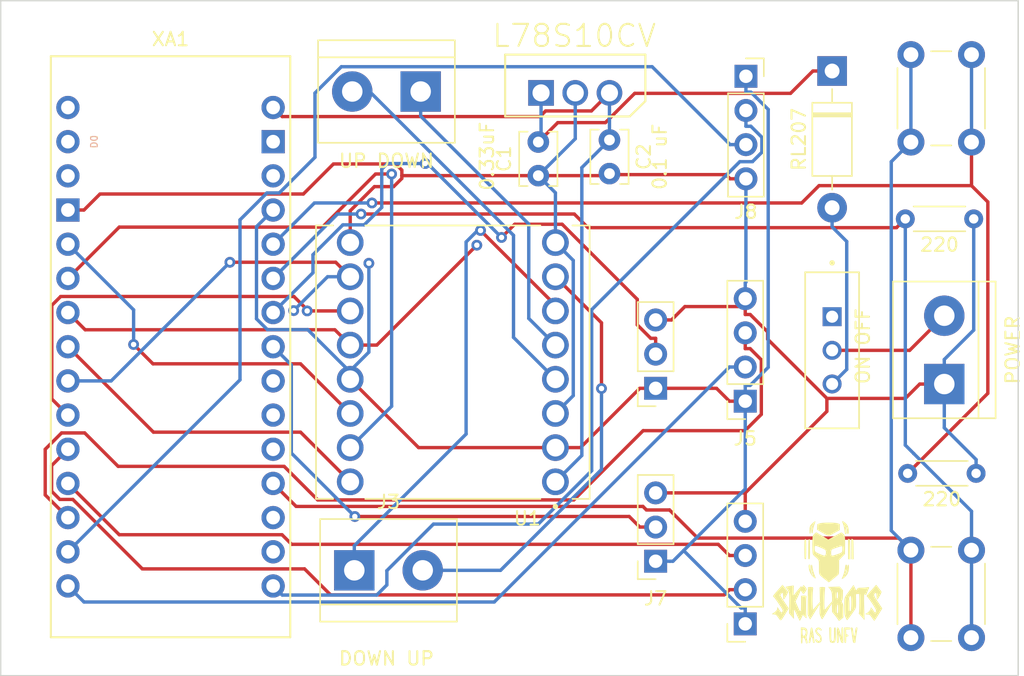
<source format=kicad_pcb>
(kicad_pcb (version 20211014) (generator pcbnew)
  (title_block (title "DISEÑO MINISUMO AUTÓNOMO") (company "SKILLBOTS"))
  (layers (0 "F.Cu" signal) (31 "B.Cu" signal) (34 "B.Paste" user) (35 "F.Paste" user) (36 "B.SilkS" user "B.Silkscreen") (37 "F.SilkS" user "F.Silkscreen") (38 "B.Mask" user) (39 "F.Mask" user) (44 "Edge.Cuts" user))
  (net 0 "")
  (net 1 "GND")
  (net 2 "M2")
  (net 3 "M1")
  (net 4 "M4")
  (net 5 "M3")
  (net 6 "T3")
  (net 7 "E3")
  (net 8 "T1")
  (net 9 "E1")
  (net 10 "Net-(J2-Pad2)")
  (net 11 "T2")
  (net 12 "E2")
  (net 13 "SD")
  (net 14 "SI")
  (net 15 "B1")
  (net 16 "B2")
  (net 17 "E")
  (net 18 "5V")
  (net 22 "Net-(C1-Pad2)")
  (net 23 "EN1")
  (net 24 "EN2")
  (net 28 "10V")
  (net 30 "Net-(D1-Pad2)")
  (net 32 "A2")
  (net 33 "A1")
  (net 35 "A3")
  (net 36 "A4")
  (footprint "Resistor_THT:R_Axial_DIN0204_L3.6mm_D1.6mm_P5.08mm_Horizontal" (layer "F.Cu") (at 138.303 55.3125)
    (fp_text reference "R1" hide)
    (fp_text value "220" (at 2.54 1.92) (layer "F.SilkS"))
    (pad "1" thru_hole circle (at 0 0) (size 1.4 1.4) (drill 0.7) (layers *.Cu *.Mask) (net 15 "B1"))
    (pad "2" thru_hole oval (at 5.08 0) (size 1.4 1.4) (drill 0.7) (layers *.Cu *.Mask) (net 1 "GND"))
  )
  (footprint "Connector_PinSocket_2.54mm:PinSocket_1x04_P2.54mm_Vertical" (layer "F.Cu") (at 126.4162 68.8621 180)
    (fp_text reference "J5" (at 0 -2.77 180) (layer "F.SilkS"))
    (fp_text value "SENSOR 2")
    (pad "1" thru_hole rect (at 0 0 180) (size 1.7 1.7) (drill 1) (layers *.Cu *.Mask) (net 18 "5V"))
    (pad "2" thru_hole oval (at 0 2.54 180) (size 1.7 1.7) (drill 1) (layers *.Cu *.Mask) (net 11 "T2"))
    (pad "3" thru_hole oval (at 0 5.08 180) (size 1.7 1.7) (drill 1) (layers *.Cu *.Mask) (net 12 "E2"))
    (pad "4" thru_hole oval (at 0 7.62 180) (size 1.7 1.7) (drill 1) (layers *.Cu *.Mask) (net 1 "GND"))
  )
  (footprint "Connector_PinSocket_2.54mm:PinSocket_1x03_P2.54mm_Vertical" (layer "F.Cu") (at 119.7614 80.757 180)
    (fp_text reference "J7" (at 0 -2.77 180) (layer "F.SilkS"))
    (fp_text value "TCRT5000L-IZQ")
    (pad "1" thru_hole rect (at 0 0 180) (size 1.7 1.7) (drill 1) (layers *.Cu *.Mask) (net 18 "5V"))
    (pad "2" thru_hole oval (at 0 2.54 180) (size 1.7 1.7) (drill 1) (layers *.Cu *.Mask) (net 14 "SI"))
    (pad "3" thru_hole oval (at 0 5.08 180) (size 1.7 1.7) (drill 1) (layers *.Cu *.Mask) (net 1 "GND"))
  )
  (footprint "Capacitor_THT:C_Disc_D3.8mm_W2.6mm_P2.50mm" (layer "F.Cu") (at 116.332 49.4484 -90)
    (fp_text reference "C2" (at 1.25 -2.55 90) (layer "F.SilkS"))
    (fp_text value "0.1 uF" (at 1.25 -3.7338 90) (layer "F.SilkS"))
    (pad "1" thru_hole circle (at 0 0 270) (size 1.6 1.6) (drill 0.8) (layers *.Cu *.Mask) (net 28 "10V"))
    (pad "2" thru_hole circle (at 2.5 0 270) (size 1.6 1.6) (drill 0.8) (layers *.Cu *.Mask) (net 1 "GND"))
  )
  (footprint "TerminalBlock:TerminalBlock_bornier-2_P5.08mm" (layer "F.Cu") (at 102.3112 45.847 180)
    (fp_text reference "J1" hide)
    (fp_text value "MOTOR 1")
    (pad "1" thru_hole rect (at 0 0 180) (size 3 3) (drill 1.52) (layers *.Cu *.Mask) (net 2 "M2"))
    (pad "2" thru_hole circle (at 5.08 0 180) (size 3 3) (drill 1.52) (layers *.Cu *.Mask) (net 3 "M1"))
  )
  (footprint "TerminalBlock:TerminalBlock_bornier-2_P5.08mm" (layer "F.Cu") (at 141.1986 67.5894 90)
    (fp_text reference "J2" hide)
    (fp_text value "POWER" (at 2.54 5.08 90) (layer "F.SilkS"))
    (pad "1" thru_hole rect (at 0 0 90) (size 3 3) (drill 1.52) (layers *.Cu *.Mask) (net 1 "GND"))
    (pad "2" thru_hole circle (at 5.08 0 90) (size 3 3) (drill 1.52) (layers *.Cu *.Mask) (net 10 "Net-(J2-Pad2)"))
  )
  (footprint "PCM_arduino-library:Arduino_Nano_Every_Socket" (layer "F.Cu") (at 83.735 86.405)
    (fp_text reference "XA1" (at 0 -44.45) (layer "F.SilkS"))
    (fp_text value "Arduino_Nano_Every_Socket")
    (fp_text user "D0" (at -5.715 -36.83 -90 unlocked) (layer "B.SilkS") (effects (font (size 0.5 0.5) (thickness 0.075)) (justify mirror)))
    (fp_text user "D0" (at -5.715 -36.83 -90 unlocked) (layer "F.SilkS") (effects (font (size 0.5 0.5) (thickness 0.075))))
    (pad "" np_thru_hole circle (at 7.62 -1.27) (size 1.8 1.8) (drill 1.8) (layers F&B.Cu *.Mask))
    (pad "" np_thru_hole circle (at 7.62 -41.91) (size 1.8 1.8) (drill 1.8) (layers F&B.Cu *.Mask))
    (pad "" np_thru_hole circle (at -7.62 -41.91) (size 1.8 1.8) (drill 1.8) (layers F&B.Cu *.Mask))
    (pad "" np_thru_hole circle (at -7.62 -1.27) (size 1.8 1.8) (drill 1.8) (layers F&B.Cu *.Mask))
    (pad "3V3" thru_hole circle (at 7.62 -6.35) (size 1.7272 1.7272) (drill 1.016) (layers *.Cu *.Mask))
    (pad "5V" thru_hole circle (at 7.62 -31.75) (size 1.7272 1.7272) (drill 1.016) (layers *.Cu *.Mask) (net 18 "5V"))
    (pad "A0" thru_hole circle (at 7.62 -11.43) (size 1.7272 1.7272) (drill 1.016) (layers *.Cu *.Mask) (net 17 "E"))
    (pad "A1" thru_hole circle (at 7.62 -13.97) (size 1.7272 1.7272) (drill 1.016) (layers *.Cu *.Mask))
    (pad "A2" thru_hole circle (at 7.62 -16.51) (size 1.7272 1.7272) (drill 1.016) (layers *.Cu *.Mask))
    (pad "A3" thru_hole circle (at 7.62 -19.05) (size 1.7272 1.7272) (drill 1.016) (layers *.Cu *.Mask))
    (pad "A4" thru_hole circle (at 7.62 -21.59) (size 1.7272 1.7272) (drill 1.016) (layers *.Cu *.Mask) (net 14 "SI"))
    (pad "A5" thru_hole circle (at 7.62 -24.13) (size 1.7272 1.7272) (drill 1.016) (layers *.Cu *.Mask) (net 13 "SD"))
    (pad "A6" thru_hole circle (at 7.62 -26.67) (size 1.7272 1.7272) (drill 1.016) (layers *.Cu *.Mask) (net 15 "B1"))
    (pad "A7" thru_hole circle (at 7.62 -29.21) (size 1.7272 1.7272) (drill 1.016) (layers *.Cu *.Mask) (net 16 "B2"))
    (pad "AREF" thru_hole circle (at 7.62 -8.89) (size 1.7272 1.7272) (drill 1.016) (layers *.Cu *.Mask))
    (pad "D0" thru_hole circle (at -7.62 -36.83) (size 1.7272 1.7272) (drill 1.016) (layers *.Cu *.Mask))
    (pad "D1" thru_hole circle (at -7.62 -39.37) (size 1.7272 1.7272) (drill 1.016) (layers *.Cu *.Mask))
    (pad "D2" thru_hole circle (at -7.62 -29.21) (size 1.7272 1.7272) (drill 1.016) (layers *.Cu *.Mask) (net 33 "A1"))
    (pad "D3" thru_hole circle (at -7.62 -26.67) (size 1.7272 1.7272) (drill 1.016) (layers *.Cu *.Mask) (net 32 "A2"))
    (pad "D4" thru_hole circle (at -7.62 -24.13) (size 1.7272 1.7272) (drill 1.016) (layers *.Cu *.Mask) (net 35 "A3"))
    (pad "D5" thru_hole circle (at -7.62 -21.59) (size 1.7272 1.7272) (drill 1.016) (layers *.Cu *.Mask) (net 23 "EN1"))
    (pad "D6" thru_hole circle (at -7.62 -19.05) (size 1.7272 1.7272) (drill 1.016) (layers *.Cu *.Mask) (net 24 "EN2"))
    (pad "D7" thru_hole circle (at -7.62 -16.51) (size 1.7272 1.7272) (drill 1.016) (layers *.Cu *.Mask) (net 36 "A4"))
    (pad "D8" thru_hole circle (at -7.62 -13.97) (size 1.7272 1.7272) (drill 1.016) (layers *.Cu *.Mask) (net 8 "T1"))
    (pad "D9" thru_hole circle (at -7.62 -11.43) (size 1.7272 1.7272) (drill 1.016) (layers *.Cu *.Mask) (net 9 "E1"))
    (pad "D10" thru_hole circle (at -7.62 -8.89) (size 1.7272 1.7272) (drill 1.016) (layers *.Cu *.Mask) (net 12 "E2"))
    (pad "D11" thru_hole circle (at -7.62 -6.35) (size 1.7272 1.7272) (drill 1.016) (layers *.Cu *.Mask) (net 7 "E3"))
    (pad "D12" thru_hole circle (at -7.62 -3.81) (size 1.7272 1.7272) (drill 1.016) (layers *.Cu *.Mask) (net 11 "T2"))
    (pad "D13" thru_hole circle (at 7.62 -3.81) (size 1.7272 1.7272) (drill 1.016) (layers *.Cu *.Mask) (net 6 "T3"))
    (pad "GND1" thru_hole rect (at -7.62 -31.75) (size 1.7272 1.7272) (drill 1.016) (layers *.Cu *.Mask) (net 1 "GND"))
    (pad "GND2" thru_hole rect (at 7.62 -36.83) (size 1.7272 1.7272) (drill 1.016) (layers *.Cu *.Mask))
    (pad "RST1" thru_hole circle (at -7.62 -34.29) (size 1.7272 1.7272) (drill 1.016) (layers *.Cu *.Mask))
    (pad "RST2" thru_hole circle (at 7.62 -34.29) (size 1.7272 1.7272) (drill 1.016) (layers *.Cu *.Mask))
    (pad "VIN" thru_hole circle (at 7.62 -39.37) (size 1.7272 1.7272) (drill 1.016) (layers *.Cu *.Mask) (net 28 "10V"))
  )
  (footprint "TerminalBlock:TerminalBlock_bornier-2_P5.08mm" (layer "F.Cu") (at 97.3836 81.4324)
    (fp_text reference "J3" (at 2.54 -5.08) (layer "F.SilkS"))
    (fp_text value "MOTOR 2")
    (pad "1" thru_hole rect (at 0 0) (size 3 3) (drill 1.52) (layers *.Cu *.Mask) (net 4 "M4"))
    (pad "2" thru_hole circle (at 5.08 0) (size 3 3) (drill 1.52) (layers *.Cu *.Mask) (net 5 "M3"))
  )
  (footprint "Resistor_THT:R_Axial_DIN0204_L3.6mm_D1.6mm_P5.08mm_Horizontal" (layer "F.Cu") (at 138.48 74.2275)
    (fp_text reference "R2" hide)
    (fp_text value "220" (at 2.54 1.92) (layer "F.SilkS"))
    (pad "1" thru_hole circle (at 0 0) (size 1.4 1.4) (drill 0.7) (layers *.Cu *.Mask) (net 16 "B2"))
    (pad "2" thru_hole oval (at 5.08 0) (size 1.4 1.4) (drill 0.7) (layers *.Cu *.Mask) (net 1 "GND"))
  )
  (footprint "User:TO254P450X1020X1935-3P" (layer "F.Cu") (at 116.332 44.8564)
    (fp_text reference "Q1" hide)
    (fp_text value "L78S10CV" (at -2.6162 -3.1496) (layer "F.SilkS") (effects (font (size 1.640433 1.640433))))
    (pad "1" thru_hole rect locked (at -5.08 1.0922) (size 1.905 1.905) (drill 1.27) (layers *.Cu *.Mask) (net 22 "Net-(C1-Pad2)"))
    (pad "2" thru_hole circle locked (at -2.54 1.0922) (size 1.905 1.905) (drill 1.27) (layers *.Cu *.Mask) (net 1 "GND"))
    (pad "3" thru_hole circle locked (at 0 1.0922) (size 1.905 1.905) (drill 1.27) (layers *.Cu *.Mask) (net 28 "10V"))
  )
  (footprint "Button_Switch_THT:SW_PUSH_6mm_H13mm" (layer "F.Cu") (at 138.72 49.605 90)
    (fp_text reference "SW2" hide)
    (fp_text value "PB")
    (pad "1" thru_hole circle (at 6.5 0 180) (size 2 2) (drill 1.1) (layers *.Cu *.Mask) (net 17 "E"))
    (pad "1" thru_hole circle (at 0 0 180) (size 2 2) (drill 1.1) (layers *.Cu *.Mask) (net 17 "E"))
    (pad "2" thru_hole circle (at 0 4.5 180) (size 2 2) (drill 1.1) (layers *.Cu *.Mask) (net 16 "B2"))
    (pad "2" thru_hole circle (at 6.5 4.5 180) (size 2 2) (drill 1.1) (layers *.Cu *.Mask) (net 16 "B2"))
  )
  (footprint "Connector_PinSocket_2.54mm:PinSocket_1x04_P2.54mm_Vertical" (layer "F.Cu") (at 126.4162 85.4102 180)
    (fp_text reference "J4" hide)
    (fp_text value "SENSOR 1")
    (pad "1" thru_hole rect (at 0 0 180) (size 1.7 1.7) (drill 1) (layers *.Cu *.Mask) (net 18 "5V"))
    (pad "2" thru_hole oval (at 0 2.54 180) (size 1.7 1.7) (drill 1) (layers *.Cu *.Mask) (net 8 "T1"))
    (pad "3" thru_hole oval (at 0 5.08 180) (size 1.7 1.7) (drill 1) (layers *.Cu *.Mask) (net 9 "E1"))
    (pad "4" thru_hole oval (at 0 7.62 180) (size 1.7 1.7) (drill 1) (layers *.Cu *.Mask) (net 1 "GND"))
  )
  (footprint "Connector_PinSocket_2.54mm:PinSocket_1x04_P2.54mm_Vertical" (layer "F.Cu") (at 126.4662 44.714)
    (fp_text reference "J8" (at 0 10.0738) (layer "F.SilkS"))
    (fp_text value "SENSOR 3")
    (pad "1" thru_hole rect (at 0 0) (size 1.7 1.7) (drill 1) (layers *.Cu *.Mask) (net 18 "5V"))
    (pad "2" thru_hole oval (at 0 2.54) (size 1.7 1.7) (drill 1) (layers *.Cu *.Mask) (net 6 "T3"))
    (pad "3" thru_hole oval (at 0 5.08) (size 1.7 1.7) (drill 1) (layers *.Cu *.Mask) (net 7 "E3"))
    (pad "4" thru_hole oval (at 0 7.62) (size 1.7 1.7) (drill 1) (layers *.Cu *.Mask) (net 1 "GND"))
  )
  (footprint "User:SW_MINI-SPDT-SW" (layer "F.Cu") (at 132.8674 65.0825 -90)
    (fp_text reference "S1" hide)
    (fp_text value "MINI-SPDT-SW")
    (pad "1" thru_hole rect locked (at -2.5 0 270) (size 1.408 1.408) (drill 0.9) (layers *.Cu *.Mask))
    (pad "2" thru_hole circle locked (at 0 0 270) (size 1.408 1.408) (drill 0.9) (layers *.Cu *.Mask) (net 10 "Net-(J2-Pad2)"))
    (pad "3" thru_hole circle locked (at 2.5 0 270) (size 1.408 1.408) (drill 0.9) (layers *.Cu *.Mask) (net 30 "Net-(D1-Pad2)"))
  )
  (footprint "User:logo 10x10 mm" (layer "F.Cu") (at 132.6896 82.2452)
    (fp_text reference "G***" hide)
    (fp_text value "LOGO" hide)
  )
  (footprint "User:MODULE_ROB-14450" (layer "F.Cu") (at 104.6988 65.9638 180)
    (fp_text reference "U1" (at -5.5332 -11.6132) (layer "F.SilkS"))
    (fp_text value "ROB-14450")
    (pad "1" thru_hole circle locked (at -7.62 -8.89 180) (size 1.98 1.98) (drill 1.32) (layers *.Cu *.Mask) (net 28 "10V"))
    (pad "2" thru_hole circle locked (at -7.62 -6.35 180) (size 1.98 1.98) (drill 1.32) (layers *.Cu *.Mask) (net 18 "5V"))
    (pad "3" thru_hole circle locked (at -7.62 -3.81 180) (size 1.98 1.98) (drill 1.32) (layers *.Cu *.Mask) (net 1 "GND"))
    (pad "4" thru_hole circle locked (at -7.62 -1.27 180) (size 1.98 1.98) (drill 1.32) (layers *.Cu *.Mask) (net 3 "M1"))
    (pad "5" thru_hole circle locked (at -7.62 1.27 180) (size 1.98 1.98) (drill 1.32) (layers *.Cu *.Mask) (net 2 "M2"))
    (pad "6" thru_hole circle locked (at -7.62 3.81 180) (size 1.98 1.98) (drill 1.32) (layers *.Cu *.Mask) (net 4 "M4"))
    (pad "7" thru_hole circle locked (at -7.62 6.35 180) (size 1.98 1.98) (drill 1.32) (layers *.Cu *.Mask) (net 5 "M3"))
    (pad "8" thru_hole circle locked (at -7.62 8.89 180) (size 1.98 1.98) (drill 1.32) (layers *.Cu *.Mask) (net 1 "GND"))
    (pad "9" thru_hole circle locked (at 7.62 8.89 180) (size 1.98 1.98) (drill 1.32) (layers *.Cu *.Mask) (net 1 "GND"))
    (pad "10" thru_hole circle locked (at 7.62 6.35 180) (size 1.98 1.98) (drill 1.32) (layers *.Cu *.Mask) (net 24 "EN2"))
    (pad "11" thru_hole circle locked (at 7.62 3.81 180) (size 1.98 1.98) (drill 1.32) (layers *.Cu *.Mask) (net 36 "A4"))
    (pad "12" thru_hole circle locked (at 7.62 1.27 180) (size 1.98 1.98) (drill 1.32) (layers *.Cu *.Mask) (net 35 "A3"))
    (pad "13" thru_hole circle locked (at 7.62 -1.27 180) (size 1.98 1.98) (drill 1.32) (layers *.Cu *.Mask) (net 18 "5V"))
    (pad "14" thru_hole circle locked (at 7.62 -3.81 180) (size 1.98 1.98) (drill 1.32) (layers *.Cu *.Mask) (net 33 "A1"))
    (pad "15" thru_hole circle locked (at 7.62 -6.35 180) (size 1.98 1.98) (drill 1.32) (layers *.Cu *.Mask) (net 32 "A2"))
    (pad "16" thru_hole circle locked (at 7.62 -8.89 180) (size 1.98 1.98) (drill 1.32) (layers *.Cu *.Mask) (net 23 "EN1"))
  )
  (footprint "Connector_PinSocket_2.54mm:PinSocket_1x03_P2.54mm_Vertical" (layer "F.Cu") (at 119.7614 67.9046 180)
    (fp_text reference "J6" hide)
    (fp_text value "TCRT5000L-DER")
    (pad "1" thru_hole rect (at 0 0 180) (size 1.7 1.7) (drill 1) (layers *.Cu *.Mask) (net 18 "5V"))
    (pad "2" thru_hole oval (at 0 2.54 180) (size 1.7 1.7) (drill 1) (layers *.Cu *.Mask) (net 13 "SD"))
    (pad "3" thru_hole oval (at 0 5.08 180) (size 1.7 1.7) (drill 1) (layers *.Cu *.Mask) (net 1 "GND"))
  )
  (footprint "Capacitor_THT:C_Disc_D3.8mm_W2.6mm_P2.50mm" (layer "F.Cu") (at 111.0488 52.1008 90)
    (fp_text reference "C1" (at 1.25 -2.55 90) (layer "F.SilkS"))
    (fp_text value "0.33uF" (at 1.4478 -3.81 90) (layer "F.SilkS"))
    (pad "1" thru_hole circle (at 0 0 90) (size 1.6 1.6) (drill 0.8) (layers *.Cu *.Mask) (net 1 "GND"))
    (pad "2" thru_hole circle (at 2.5 0 90) (size 1.6 1.6) (drill 0.8) (layers *.Cu *.Mask) (net 22 "Net-(C1-Pad2)"))
  )
  (footprint "Diode_THT:D_DO-41_SOD81_P10.16mm_Horizontal" (layer "F.Cu") (at 132.8674 44.323 -90)
    (fp_text reference "D1" hide)
    (fp_text value "RL207" (at 5.08 2.47 90) (layer "F.SilkS"))
    (pad "1" thru_hole rect (at 0 0 270) (size 2.2 2.2) (drill 1.1) (layers *.Cu *.Mask) (net 22 "Net-(C1-Pad2)"))
    (pad "2" thru_hole oval (at 10.16 0 270) (size 2.2 2.2) (drill 1.1) (layers *.Cu *.Mask) (net 30 "Net-(D1-Pad2)"))
  )
  (footprint "Button_Switch_THT:SW_PUSH_6mm_H13mm" (layer "F.Cu") (at 138.72 86.435 90)
    (fp_text reference "SW1" hide)
    (fp_text value "PA")
    (pad "1" thru_hole circle (at 0 0 180) (size 2 2) (drill 1.1) (layers *.Cu *.Mask) (net 17 "E"))
    (pad "1" thru_hole circle (at 6.5 0 180) (size 2 2) (drill 1.1) (layers *.Cu *.Mask) (net 17 "E"))
    (pad "2" thru_hole circle (at 0 4.5 180) (size 2 2) (drill 1.1) (layers *.Cu *.Mask) (net 15 "B1"))
    (pad "2" thru_hole circle (at 6.5 4.5 180) (size 2 2) (drill 1.1) (layers *.Cu *.Mask) (net 15 "B1"))
  )
  (gr_rect (start 71.12 39.0956) (end 146.685 89.2606) (layer "Edge.Cuts") (width 0.1) (fill none))
  (gr_text "ON OFF" (at 135.1534 64.77 90) (layer "F.SilkS") (effects (font (size 1 1))))
  (gr_text "UP DOWN" (at 99.7712 51.0032) (layer "F.SilkS") (effects (font (size 1 1))))
  (gr_text "DOWN UP" (at 99.771201 87.9856) (layer "F.SilkS") (effects (font (size 1 1))))
  (segment (start 132.4783 69.6149) (end 126.4162 75.677) (width 0.25) (layer "F.Cu") (net 1))
  (segment (start 100.9136 52.1008) (end 111.0488 52.1008) (width 0.25) (layer "F.Cu") (net 1))
  (segment (start 132.4783 68.6539) (end 132.4783 69.6149) (width 0.25) (layer "F.Cu") (net 1))
  (segment (start 141.1986 67.5894) (end 139.3717 67.5894) (width 0.25) (layer "F.Cu") (net 1))
  (segment (start 78.496 53.4645) (end 77.3055 54.655) (width 0.25) (layer "F.Cu") (net 1))
  (segment (start 111.0488 52.1008) (end 116.2558 52.1008) (width 0.25) (layer "F.Cu") (net 1))
  (segment (start 128.077 63.712) (end 128.077 64.2526) (width 0.25) (layer "F.Cu") (net 1))
  (segment (start 100.9136 52.1008) (end 100.9136 51.6912) (width 0.25) (layer "F.Cu") (net 1))
  (segment (start 98.8755 52.9163) (end 100.3021 52.9163) (width 0.25) (layer "F.Cu") (net 1))
  (segment (start 132.4783 68.6539) (end 138.3072 68.6539) (width 0.25) (layer "F.Cu") (net 1))
  (segment (start 119.7614 62.8246) (end 120.9383 62.8246) (width 0.25) (layer "F.Cu") (net 1))
  (segment (start 76.115 54.655) (end 77.3055 54.655) (width 0.25) (layer "F.Cu") (net 1))
  (segment (start 100.3021 52.9163) (end 100.9136 52.3048) (width 0.25) (layer "F.Cu") (net 1))
  (segment (start 126.4162 61.2421) (end 126.4162 61.8305) (width 0.25) (layer "F.Cu") (net 1))
  (segment (start 93.5985 53.4645) (end 78.496 53.4645) (width 0.25) (layer "F.Cu") (net 1))
  (segment (start 126.4162 61.8305) (end 126.4162 62.419) (width 0.25) (layer "F.Cu") (net 1))
  (segment (start 126.4662 52.334) (end 125.2893 52.334) (width 0.25) (layer "F.Cu") (net 1))
  (segment (start 95.831 51.232) (end 93.5985 53.4645) (width 0.25) (layer "F.Cu") (net 1))
  (segment (start 128.077 64.2526) (end 132.4783 68.6539) (width 0.25) (layer "F.Cu") (net 1))
  (segment (start 100.9136 51.6912) (end 100.4544 51.232) (width 0.25) (layer "F.Cu") (net 1))
  (segment (start 124.9799 52.0246) (end 125.2893 52.334) (width 0.25) (layer "F.Cu") (net 1))
  (segment (start 97.0788 57.0738) (end 97.0788 54.713) (width 0.25) (layer "F.Cu") (net 1))
  (segment (start 126.4162 62.419) (end 126.784 62.419) (width 0.25) (layer "F.Cu") (net 1))
  (segment (start 126.4162 61.8305) (end 121.9324 61.8305) (width 0.25) (layer "F.Cu") (net 1))
  (segment (start 100.9136 52.3048) (end 100.9136 52.1008) (width 0.25) (layer "F.Cu") (net 1))
  (segment (start 126.4162 77.7902) (end 126.4162 76.6133) (width 0.25) (layer "F.Cu") (net 1))
  (segment (start 119.7614 75.677) (end 120.9383 75.677) (width 0.25) (layer "F.Cu") (net 1))
  (segment (start 116.332 52.0246) (end 116.332 51.9484) (width 0.25) (layer "F.Cu") (net 1))
  (segment (start 126.784 62.419) (end 128.077 63.712) (width 0.25) (layer "F.Cu") (net 1))
  (segment (start 121.9324 61.8305) (end 120.9383 62.8246) (width 0.25) (layer "F.Cu") (net 1))
  (segment (start 116.332 52.0246) (end 124.9799 52.0246) (width 0.25) (layer "F.Cu") (net 1))
  (segment (start 116.2558 52.1008) (end 116.332 52.0246) (width 0.25) (layer "F.Cu") (net 1))
  (segment (start 100.4544 51.232) (end 95.831 51.232) (width 0.25) (layer "F.Cu") (net 1))
  (segment (start 97.0788 54.713) (end 98.8755 52.9163) (width 0.25) (layer "F.Cu") (net 1))
  (segment (start 138.3072 68.6539) (end 139.3717 67.5894) (width 0.25) (layer "F.Cu") (net 1))
  (segment (start 126.4162 75.677) (end 126.4162 76.6133) (width 0.25) (layer "F.Cu") (net 1))
  (segment (start 126.4162 75.677) (end 120.9383 75.677) (width 0.25) (layer "F.Cu") (net 1))
  (segment (start 143.383 55.3125) (end 143.383 63.5781) (width 0.25) (layer "B.Cu") (net 1))
  (segment (start 111.0488 52.1008) (end 112.3188 53.3708) (width 0.25) (layer "B.Cu") (net 1))
  (segment (start 113.6432 68.4494) (end 112.3188 69.7738) (width 0.25) (layer "B.Cu") (net 1))
  (segment (start 143.56 74.2275) (end 143.56 73.2006) (width 0.25) (layer "B.Cu") (net 1))
  (segment (start 126.4162 60.0652) (end 126.4662 60.0152) (width 0.25) (layer "B.Cu") (net 1))
  (segment (start 126.4162 61.2421) (end 126.4162 60.0652) (width 0.25) (layer "B.Cu") (net 1))
  (segment (start 143.56 73.2006) (end 141.1986 70.8392) (width 0.25) (layer "B.Cu") (net 1))
  (segment (start 112.3188 57.0738) (end 113.6432 58.3982) (width 0.25) (layer "B.Cu") (net 1))
  (segment (start 141.1986 67.5894) (end 141.1986 65.7625) (width 0.25) (layer "B.Cu") (net 1))
  (segment (start 112.3188 53.3708) (end 112.3188 57.0738) (width 0.25) (layer "B.Cu") (net 1))
  (segment (start 126.4662 60.0152) (end 126.4662 52.334) (width 0.25) (layer "B.Cu") (net 1))
  (segment (start 113.792 49.3576) (end 111.0488 52.1008) (width 0.25) (layer "B.Cu") (net 1))
  (segment (start 113.792 45.9486) (end 113.792 49.3576) (width 0.25) (layer "B.Cu") (net 1))
  (segment (start 141.1986 70.8392) (end 141.1986 67.5894) (width 0.25) (layer "B.Cu") (net 1))
  (segment (start 113.6432 58.3982) (end 113.6432 68.4494) (width 0.25) (layer "B.Cu") (net 1))
  (segment (start 143.383 63.5781) (end 141.1986 65.7625) (width 0.25) (layer "B.Cu") (net 1))
  (segment (start 102.3112 45.847) (end 102.3112 47.6739) (width 0.25) (layer "B.Cu") (net 2))
  (segment (start 112.3188 64.6938) (end 110.3384 62.7134) (width 0.25) (layer "B.Cu") (net 2))
  (segment (start 110.3384 62.7134) (end 110.3384 55.7011) (width 0.25) (layer "B.Cu") (net 2))
  (segment (start 110.3384 55.7011) (end 102.3112 47.6739) (width 0.25) (layer "B.Cu") (net 2))
  (segment (start 98.5164 45.847) (end 97.2312 45.847) (width 0.25) (layer "B.Cu") (net 3))
  (segment (start 109.2056 56.5362) (end 98.5164 45.847) (width 0.25) (layer "B.Cu") (net 3))
  (segment (start 112.3188 67.2338) (end 109.2056 64.1206) (width 0.25) (layer "B.Cu") (net 3))
  (segment (start 109.2056 64.1206) (end 109.2056 56.5362) (width 0.25) (layer "B.Cu") (net 3))
  (segment (start 112.3188 61.7354) (end 112.3188 62.1538) (width 0.25) (layer "F.Cu") (net 4))
  (segment (start 106.758 56.1746) (end 112.3188 61.7354) (width 0.25) (layer "F.Cu") (net 4))
  (via (at 106.758 56.1746) (size 0.8) (drill 0.4) (layers "F.Cu" "B.Cu") (net 4))
  (segment (start 97.3836 79.6055) (end 105.6851 71.304) (width 0.25) (layer "B.Cu") (net 4))
  (segment (start 106.5398 56.1746) (end 106.758 56.1746) (width 0.25) (layer "B.Cu") (net 4))
  (segment (start 97.3836 81.4324) (end 97.3836 79.6055) (width 0.25) (layer "B.Cu") (net 4))
  (segment (start 105.6851 71.304) (end 105.6851 57.0293) (width 0.25) (layer "B.Cu") (net 4))
  (segment (start 105.6851 57.0293) (end 106.5398 56.1746) (width 0.25) (layer "B.Cu") (net 4))
  (segment (start 115.74 67.9202) (end 115.74 63.035) (width 0.25) (layer "F.Cu") (net 5))
  (segment (start 115.74 63.035) (end 112.3188 59.6138) (width 0.25) (layer "F.Cu") (net 5))
  (via (at 115.74 67.9202) (size 0.8) (drill 0.4) (layers "F.Cu" "B.Cu") (net 5))
  (segment (start 115.74 67.9202) (end 115.74 73.9372) (width 0.25) (layer "B.Cu") (net 5))
  (segment (start 115.74 73.9372) (end 108.2448 81.4324) (width 0.25) (layer "B.Cu") (net 5))
  (segment (start 108.2448 81.4324) (end 102.4636 81.4324) (width 0.25) (layer "B.Cu") (net 5))
  (segment (start 103.2598 77.9968) (end 99.8006 81.456) (width 0.25) (layer "B.Cu") (net 6))
  (segment (start 126.4662 47.254) (end 126.4662 48.4309) (width 0.25) (layer "B.Cu") (net 6))
  (segment (start 92.0306 83.2706) (end 91.355 82.595) (width 0.25) (layer "B.Cu") (net 6))
  (segment (start 111.0413 77.9968) (end 103.2598 77.9968) (width 0.25) (layer "B.Cu") (net 6))
  (segment (start 99.8006 81.456) (end 99.8006 82.5193) (width 0.25) (layer "B.Cu") (net 6))
  (segment (start 126.834 48.4309) (end 127.6514 49.2483) (width 0.25) (layer "B.Cu") (net 6))
  (segment (start 99.0493 83.2706) (end 92.0306 83.2706) (width 0.25) (layer "B.Cu") (net 6))
  (segment (start 127.6514 50.3606) (end 126.948 51.064) (width 0.25) (layer "B.Cu") (net 6))
  (segment (start 127.6514 49.2483) (end 127.6514 50.3606) (width 0.25) (layer "B.Cu") (net 6))
  (segment (start 99.8006 82.5193) (end 99.0493 83.2706) (width 0.25) (layer "B.Cu") (net 6))
  (segment (start 126.0074 51.064) (end 115.0104 62.061) (width 0.25) (layer "B.Cu") (net 6))
  (segment (start 115.0104 62.061) (end 115.0104 74.0277) (width 0.25) (layer "B.Cu") (net 6))
  (segment (start 115.0104 74.0277) (end 111.0413 77.9968) (width 0.25) (layer "B.Cu") (net 6))
  (segment (start 126.4662 48.4309) (end 126.834 48.4309) (width 0.25) (layer "B.Cu") (net 6))
  (segment (start 126.948 51.064) (end 126.0074 51.064) (width 0.25) (layer "B.Cu") (net 6))
  (segment (start 126.4662 49.794) (end 125.2893 49.794) (width 0.25) (layer "B.Cu") (net 7))
  (segment (start 76.115 80.055) (end 88.8934 67.2766) (width 0.25) (layer "B.Cu") (net 7))
  (segment (start 88.8934 67.2766) (end 88.8934 55.3861) (width 0.25) (layer "B.Cu") (net 7))
  (segment (start 119.4994 44.0041) (end 125.2893 49.794) (width 0.25) (layer "B.Cu") (net 7))
  (segment (start 90.8945 53.385) (end 91.8114 53.385) (width 0.25) (layer "B.Cu") (net 7))
  (segment (start 94.4618 45.9621) (end 96.4198 44.0041) (width 0.25) (layer "B.Cu") (net 7))
  (segment (start 88.8934 55.3861) (end 90.8945 53.385) (width 0.25) (layer "B.Cu") (net 7))
  (segment (start 94.4618 50.7346) (end 94.4618 45.9621) (width 0.25) (layer "B.Cu") (net 7))
  (segment (start 91.8114 53.385) (end 94.4618 50.7346) (width 0.25) (layer "B.Cu") (net 7))
  (segment (start 96.4198 44.0041) (end 119.4994 44.0041) (width 0.25) (layer "B.Cu") (net 7))
  (segment (start 81.6385 81.325) (end 93.6879 81.325) (width 0.25) (layer "F.Cu") (net 8))
  (segment (start 93.6879 81.325) (end 95.6222 83.2593) (width 0.25) (layer "F.Cu") (net 8))
  (segment (start 76.115 72.435) (end 74.903 73.647) (width 0.25) (layer "F.Cu") (net 8))
  (segment (start 126.4162 82.8702) (end 125.2393 82.8702) (width 0.25) (layer "F.Cu") (net 8))
  (segment (start 76.479 76.1655) (end 81.6385 81.325) (width 0.25) (layer "F.Cu") (net 8))
  (segment (start 95.6222 83.2593) (end 124.8502 83.2593) (width 0.25) (layer "F.Cu") (net 8))
  (segment (start 74.903 75.5553) (end 75.5132 76.1655) (width 0.25) (layer "F.Cu") (net 8))
  (segment (start 75.5132 76.1655) (end 76.479 76.1655) (width 0.25) (layer "F.Cu") (net 8))
  (segment (start 124.8502 83.2593) (end 125.2393 82.8702) (width 0.25) (layer "F.Cu") (net 8))
  (segment (start 74.903 73.647) (end 74.903 75.5553) (width 0.25) (layer "F.Cu") (net 8))
  (segment (start 92.7254 79.498) (end 92.0124 78.785) (width 0.25) (layer "F.Cu") (net 9))
  (segment (start 92.0124 78.785) (end 79.925 78.785) (width 0.25) (layer "F.Cu") (net 9))
  (segment (start 79.925 78.785) (end 76.115 74.975) (width 0.25) (layer "F.Cu") (net 9))
  (segment (start 124.4071 79.498) (end 92.7254 79.498) (width 0.25) (layer "F.Cu") (net 9))
  (segment (start 125.2393 80.3302) (end 124.4071 79.498) (width 0.25) (layer "F.Cu") (net 9))
  (segment (start 126.4162 80.3302) (end 125.2393 80.3302) (width 0.25) (layer "F.Cu") (net 9))
  (segment (start 132.8674 65.0825) (end 138.6255 65.0825) (width 0.25) (layer "F.Cu") (net 10))
  (segment (start 138.6255 65.0825) (end 141.1986 62.5094) (width 0.25) (layer "F.Cu") (net 10))
  (segment (start 107.7739 83.7875) (end 125.2393 66.3221) (width 0.25) (layer "B.Cu") (net 11))
  (segment (start 77.3075 83.7875) (end 107.7739 83.7875) (width 0.25) (layer "B.Cu") (net 11))
  (segment (start 126.4162 66.3221) (end 125.2393 66.3221) (width 0.25) (layer "B.Cu") (net 11))
  (segment (start 76.115 82.595) (end 77.3075 83.7875) (width 0.25) (layer "B.Cu") (net 11))
  (segment (start 126.782 64.959) (end 127.6102 65.7872) (width 0.25) (layer "F.Cu") (net 12))
  (segment (start 75.6449 71.2201) (end 74.4281 72.4369) (width 0.25) (layer "F.Cu") (net 12))
  (segment (start 77.3591 71.2201) (end 75.6449 71.2201) (width 0.25) (layer "F.Cu") (net 12))
  (segment (start 126.4162 63.7821) (end 126.4162 64.959) (width 0.25) (layer "F.Cu") (net 12))
  (segment (start 118.8322 71.0526) (end 113.6845 76.2003) (width 0.25) (layer "F.Cu") (net 12))
  (segment (start 92.1706 73.705) (end 79.844 73.705) (width 0.25) (layer "F.Cu") (net 12))
  (segment (start 74.4281 72.4369) (end 74.4281 75.8281) (width 0.25) (layer "F.Cu") (net 12))
  (segment (start 113.6845 76.2003) (end 94.6659 76.2003) (width 0.25) (layer "F.Cu") (net 12))
  (segment (start 126.3994 71.0526) (end 118.8322 71.0526) (width 0.25) (layer "F.Cu") (net 12))
  (segment (start 126.4162 64.959) (end 126.782 64.959) (width 0.25) (layer "F.Cu") (net 12))
  (segment (start 79.844 73.705) (end 77.3591 71.2201) (width 0.25) (layer "F.Cu") (net 12))
  (segment (start 127.6102 69.8418) (end 126.3994 71.0526) (width 0.25) (layer "F.Cu") (net 12))
  (segment (start 127.6102 65.7872) (end 127.6102 69.8418) (width 0.25) (layer "F.Cu") (net 12))
  (segment (start 94.6659 76.2003) (end 92.1706 73.705) (width 0.25) (layer "F.Cu") (net 12))
  (segment (start 74.4281 75.8281) (end 76.115 77.515) (width 0.25) (layer "F.Cu") (net 12))
  (segment (start 118.3968 61.2893) (end 118.3968 63.1889) (width 0.25) (layer "F.Cu") (net 13))
  (segment (start 108.3162 56.693) (end 109.2962 55.713) (width 0.25) (layer "F.Cu") (net 13))
  (segment (start 119.7614 65.3646) (end 119.7614 64.1877) (width 0.25) (layer "F.Cu") (net 13))
  (segment (start 119.3956 64.1877) (end 119.7614 64.1877) (width 0.25) (layer "F.Cu") (net 13))
  (segment (start 112.8205 55.713) (end 118.3968 61.2893) (width 0.25) (layer "F.Cu") (net 13))
  (segment (start 118.3968 63.1889) (end 119.3956 64.1877) (width 0.25) (layer "F.Cu") (net 13))
  (segment (start 109.2962 55.713) (end 112.8205 55.713) (width 0.25) (layer "F.Cu") (net 13))
  (via (at 108.3162 56.693) (size 0.8) (drill 0.4) (layers "F.Cu" "B.Cu") (net 13))
  (via (at 102.649 51.1993) (size 0.8) (drill 0.4) (layers "F.Cu" "B.Cu") (net 13))
  (segment (start 94.3131 57.9772) (end 96.5334 55.7569) (width 0.25) (layer "B.Cu") (net 13))
  (segment (start 99.4203 51.6166) (end 99.8376 51.1993) (width 0.25) (layer "B.Cu") (net 13))
  (segment (start 99.8376 51.1993) (end 102.649 51.1993) (width 0.25) (layer "B.Cu") (net 13))
  (segment (start 94.3131 59.3169) (end 94.3131 57.9772) (width 0.25) (layer "B.Cu") (net 13))
  (segment (start 99.4203 54.4583) (end 99.4203 51.6166) (width 0.25) (layer "B.Cu") (net 13))
  (segment (start 102.649 51.1993) (end 102.8225 51.1993) (width 0.25) (layer "B.Cu") (net 13))
  (segment (start 96.5334 55.7569) (end 98.1217 55.7569) (width 0.25) (layer "B.Cu") (net 13))
  (segment (start 91.355 62.275) (end 94.3131 59.3169) (width 0.25) (layer "B.Cu") (net 13))
  (segment (start 98.1217 55.7569) (end 99.4203 54.4583) (width 0.25) (layer "B.Cu") (net 13))
  (segment (start 102.8225 51.1993) (end 108.3162 56.693) (width 0.25) (layer "B.Cu") (net 13))
  (segment (start 97.4209 77.4327) (end 117.8002 77.4327) (width 0.25) (layer "F.Cu") (net 14))
  (segment (start 119.7614 78.217) (end 118.5845 78.217) (width 0.25) (layer "F.Cu") (net 14))
  (segment (start 117.8002 77.4327) (end 118.5845 78.217) (width 0.25) (layer "F.Cu") (net 14))
  (via (at 97.4209 77.4327) (size 0.8) (drill 0.4) (layers "F.Cu" "B.Cu") (net 14))
  (segment (start 97.4209 77.4327) (end 92.706 72.7178) (width 0.25) (layer "B.Cu") (net 14))
  (segment (start 92.706 66.166) (end 91.355 64.815) (width 0.25) (layer "B.Cu") (net 14))
  (segment (start 92.706 72.7178) (end 92.706 66.166) (width 0.25) (layer "B.Cu") (net 14))
  (segment (start 114.7343 55.968) (end 113.7193 54.953) (width 0.25) (layer "F.Cu") (net 15))
  (segment (start 113.7193 54.953) (end 97.8833 54.953) (width 0.25) (layer "F.Cu") (net 15))
  (segment (start 137.6475 55.968) (end 114.7343 55.968) (width 0.25) (layer "F.Cu") (net 15))
  (segment (start 138.303 55.3125) (end 137.6475 55.968) (width 0.25) (layer "F.Cu") (net 15))
  (via (at 97.8833 54.953) (size 0.8) (drill 0.4) (layers "F.Cu" "B.Cu") (net 15))
  (segment (start 91.355 59.735) (end 96.137 54.953) (width 0.25) (layer "B.Cu") (net 15))
  (segment (start 138.9319 72.7564) (end 138.303 72.1275) (width 0.25) (layer "B.Cu") (net 15))
  (segment (start 143.22 86.435) (end 143.22 79.935) (width 0.25) (layer "B.Cu") (net 15))
  (segment (start 138.9319 72.7586) (end 138.9319 72.7564) (width 0.25) (layer "B.Cu") (net 15))
  (segment (start 96.137 54.953) (end 97.8833 54.953) (width 0.25) (layer "B.Cu") (net 15))
  (segment (start 143.22 77.0467) (end 138.9319 72.7586) (width 0.25) (layer "B.Cu") (net 15))
  (segment (start 138.303 72.1275) (end 138.303 55.3125) (width 0.25) (layer "B.Cu") (net 15))
  (segment (start 143.22 79.935) (end 143.22 77.0467) (width 0.25) (layer "B.Cu") (net 15))
  (segment (start 131.8967 52.843) (end 130.6092 54.1305) (width 0.25) (layer "F.Cu") (net 16))
  (segment (start 130.6092 54.1305) (end 98.693 54.1305) (width 0.25) (layer "F.Cu") (net 16))
  (segment (start 144.4322 68.2753) (end 138.48 74.2275) (width 0.25) (layer "F.Cu") (net 16))
  (segment (start 143.22 49.605) (end 143.22 52.843) (width 0.25) (layer "F.Cu") (net 16))
  (segment (start 143.22 52.843) (end 144.4322 54.0552) (width 0.25) (layer "F.Cu") (net 16))
  (segment (start 144.4322 54.0552) (end 144.4322 68.2753) (width 0.25) (layer "F.Cu") (net 16))
  (segment (start 143.22 52.843) (end 131.8967 52.843) (width 0.25) (layer "F.Cu") (net 16))
  (via (at 98.693 54.1305) (size 0.8) (drill 0.4) (layers "F.Cu" "B.Cu") (net 16))
  (segment (start 91.355 57.195) (end 94.4194 54.1306) (width 0.25) (layer "B.Cu") (net 16))
  (segment (start 143.22 43.105) (end 143.22 49.605) (width 0.25) (layer "B.Cu") (net 16))
  (segment (start 94.4194 54.1306) (end 98.693 54.1306) (width 0.25) (layer "B.Cu") (net 16))
  (segment (start 98.693 54.1306) (end 98.693 54.1305) (width 0.25) (layer "B.Cu") (net 16))
  (segment (start 138.72 79.935) (end 137.8201 79.0351) (width 0.25) (layer "F.Cu") (net 17))
  (segment (start 118.8165 76.6833) (end 93.0633 76.6833) (width 0.25) (layer "F.Cu") (net 17))
  (segment (start 137.8201 79.0351) (end 122.883 79.0351) (width 0.25) (layer "F.Cu") (net 17))
  (segment (start 138.72 79.935) (end 138.72 86.435) (width 0.25) (layer "F.Cu") (net 17))
  (segment (start 122.883 79.0351) (end 120.7949 76.947) (width 0.25) (layer "F.Cu") (net 17))
  (segment (start 93.0633 76.6833) (end 91.355 74.975) (width 0.25) (layer "F.Cu") (net 17))
  (segment (start 120.7949 76.947) (end 119.0802 76.947) (width 0.25) (layer "F.Cu") (net 17))
  (segment (start 119.0802 76.947) (end 118.8165 76.6833) (width 0.25) (layer "F.Cu") (net 17))
  (segment (start 138.72 79.935) (end 137.2603 78.4753) (width 0.25) (layer "B.Cu") (net 17))
  (segment (start 138.72 49.605) (end 138.72 43.105) (width 0.25) (layer "B.Cu") (net 17))
  (segment (start 137.2603 78.4753) (end 137.2603 51.0647) (width 0.25) (layer "B.Cu") (net 17))
  (segment (start 137.2603 51.0647) (end 138.72 49.605) (width 0.25) (layer "B.Cu") (net 17))
  (segment (start 119.7614 67.9046) (end 118.5845 67.9046) (width 0.25) (layer "F.Cu") (net 18))
  (segment (start 118.5845 67.9046) (end 114.1753 72.3138) (width 0.25) (layer "F.Cu") (net 18))
  (segment (start 97.0788 67.2338) (end 102.1588 72.3138) (width 0.25) (layer "F.Cu") (net 18))
  (segment (start 125.2393 68.8621) (end 124.2818 67.9046) (width 0.25) (layer "F.Cu") (net 18))
  (segment (start 126.4162 68.8621) (end 125.2393 68.8621) (width 0.25) (layer "F.Cu") (net 18))
  (segment (start 102.1588 72.3138) (end 112.3188 72.3138) (width 0.25) (layer "F.Cu") (net 18))
  (segment (start 124.2818 67.9046) (end 119.7614 67.9046) (width 0.25) (layer "F.Cu") (net 18))
  (segment (start 114.1753 72.3138) (end 112.3188 72.3138) (width 0.25) (layer "F.Cu") (net 18))
  (via (at 98.4642 58.6108) (size 0.8) (drill 0.4) (layers "F.Cu" "B.Cu") (net 18))
  (segment (start 97.0295 66.6496) (end 93.9249 63.545) (width 0.25) (layer "B.Cu") (net 18))
  (segment (start 121.8399 79.9636) (end 126.1096 84.2333) (width 0.25) (layer "B.Cu") (net 18))
  (segment (start 97.0788 66.6989) (end 97.0295 66.6496) (width 0.25) (layer "B.Cu") (net 18))
  (segment (start 97.0788 67.2338) (end 97.0788 66.6989) (width 0.25) (layer "B.Cu") (net 18))
  (segment (start 121.8399 79.9636) (end 121.0465 80.757) (width 0.25) (layer "B.Cu") (net 18))
  (segment (start 121.0465 80.757) (end 120.8249 80.757) (width 0.25) (layer "B.Cu") (net 18))
  (segment (start 98.4642 58.6108) (end 98.4642 65.2149) (width 0.25) (layer "B.Cu") (net 18))
  (segment (start 119.7614 80.757) (end 120.8249 80.757) (width 0.25) (layer "B.Cu") (net 18))
  (segment (start 126.784 67.6852) (end 128.1213 66.3479) (width 0.25) (layer "B.Cu") (net 18))
  (segment (start 126.4162 85.4102) (end 126.4162 84.2333) (width 0.25) (layer "B.Cu") (net 18))
  (segment (start 126.834 45.8909) (end 126.4662 45.8909) (width 0.25) (layer "B.Cu") (net 18))
  (segment (start 128.1213 66.3479) (end 128.1213 47.1782) (width 0.25) (layer "B.Cu") (net 18))
  (segment (start 126.4162 68.8621) (end 126.4162 67.6852) (width 0.25) (layer "B.Cu") (net 18))
  (segment (start 121.8399 79.9636) (end 126.4162 75.3873) (width 0.25) (layer "B.Cu") (net 18))
  (segment (start 126.4162 75.3873) (end 126.4162 68.8621) (width 0.25) (layer "B.Cu") (net 18))
  (segment (start 93.9249 63.545) (end 90.9257 63.545) (width 0.25) (layer "B.Cu") (net 18))
  (segment (start 126.4162 67.6852) (end 126.784 67.6852) (width 0.25) (layer "B.Cu") (net 18))
  (segment (start 98.4642 65.2149) (end 97.0295 66.6496) (width 0.25) (layer "B.Cu") (net 18))
  (segment (start 90.1192 55.8908) (end 91.355 54.655) (width 0.25) (layer "B.Cu") (net 18))
  (segment (start 126.1096 84.2333) (end 126.4162 84.2333) (width 0.25) (layer "B.Cu") (net 18))
  (segment (start 128.1213 47.1782) (end 126.834 45.8909) (width 0.25) (layer "B.Cu") (net 18))
  (segment (start 90.1192 62.7385) (end 90.1192 55.8908) (width 0.25) (layer "B.Cu") (net 18))
  (segment (start 126.4662 44.714) (end 126.4662 45.8909) (width 0.25) (layer "B.Cu") (net 18))
  (segment (start 90.9257 63.545) (end 90.1192 62.7385) (width 0.25) (layer "B.Cu") (net 18))
  (segment (start 118.205 45.9839) (end 116.0299 48.159) (width 0.25) (layer "F.Cu") (net 22))
  (segment (start 116.0299 48.159) (end 112.4906 48.159) (width 0.25) (layer "F.Cu") (net 22))
  (segment (start 129.7796 45.9839) (end 118.205 45.9839) (width 0.25) (layer "F.Cu") (net 22))
  (segment (start 131.4405 44.323) (end 129.7796 45.9839) (width 0.25) (layer "F.Cu") (net 22))
  (segment (start 112.4906 48.159) (end 111.0488 49.6008) (width 0.25) (layer "F.Cu") (net 22))
  (segment (start 132.8674 44.323) (end 131.4405 44.323) (width 0.25) (layer "F.Cu") (net 22))
  (segment (start 111.0488 49.6008) (end 111.252 49.3976) (width 0.25) (layer "B.Cu") (net 22))
  (segment (start 111.252 49.3976) (end 111.252 45.9486) (width 0.25) (layer "B.Cu") (net 22))
  (segment (start 93.39 71.165) (end 82.465 71.165) (width 0.25) (layer "F.Cu") (net 23))
  (segment (start 97.0788 74.8538) (end 93.39 71.165) (width 0.25) (layer "F.Cu") (net 23))
  (segment (start 82.465 71.165) (end 76.115 64.815) (width 0.25) (layer "F.Cu") (net 23))
  (segment (start 97.0788 59.6138) (end 96.0019 58.5369) (width 0.25) (layer "F.Cu") (net 24))
  (segment (start 96.0019 58.5369) (end 88.1424 58.5369) (width 0.25) (layer "F.Cu") (net 24))
  (via (at 92.8804 62.1279) (size 0.8) (drill 0.4) (layers "F.Cu" "B.Cu") (net 24))
  (via (at 88.1424 58.5369) (size 0.8) (drill 0.4) (layers "F.Cu" "B.Cu") (net 24))
  (segment (start 79.3243 67.355) (end 88.1424 58.5369) (width 0.25) (layer "B.Cu") (net 24))
  (segment (start 95.3945 59.6138) (end 92.8804 62.1279) (width 0.25) (layer "B.Cu") (net 24))
  (segment (start 97.0788 59.6138) (end 95.3945 59.6138) (width 0.25) (layer "B.Cu") (net 24))
  (segment (start 76.115 67.355) (end 79.3243 67.355) (width 0.25) (layer "B.Cu") (net 24))
  (segment (start 111.1735 47.7086) (end 111.5908 47.2913) (width 0.25) (layer "F.Cu") (net 28))
  (segment (start 92.0286 47.7086) (end 111.1735 47.7086) (width 0.25) (layer "F.Cu") (net 28))
  (segment (start 114.9893 47.2913) (end 116.332 45.9486) (width 0.25) (layer "F.Cu") (net 28))
  (segment (start 111.5908 47.2913) (end 114.9893 47.2913) (width 0.25) (layer "F.Cu") (net 28))
  (segment (start 91.355 47.035) (end 92.0286 47.7086) (width 0.25) (layer "F.Cu") (net 28))
  (segment (start 114.2805 51.4999) (end 116.332 49.4484) (width 0.25) (layer "B.Cu") (net 28))
  (segment (start 112.3188 74.8538) (end 114.2805 72.8921) (width 0.25) (layer "B.Cu") (net 28))
  (segment (start 114.2805 72.8921) (end 114.2805 51.4999) (width 0.25) (layer "B.Cu") (net 28))
  (segment (start 116.332 45.9486) (end 116.332 49.4484) (width 0.25) (layer "B.Cu") (net 28))
  (segment (start 133.9519 56.9944) (end 133.9519 66.498) (width 0.25) (layer "B.Cu") (net 30))
  (segment (start 132.8674 54.483) (end 132.8674 55.9099) (width 0.25) (layer "B.Cu") (net 30))
  (segment (start 133.9519 66.498) (end 132.8674 67.5825) (width 0.25) (layer "B.Cu") (net 30))
  (segment (start 132.8674 55.9099) (end 133.9519 56.9944) (width 0.25) (layer "B.Cu") (net 30))
  (segment (start 95.0152 55.925) (end 79.925 55.925) (width 0.25) (layer "F.Cu") (net 32))
  (segment (start 100.154 51.9773) (end 98.9629 51.9773) (width 0.25) (layer "F.Cu") (net 32))
  (segment (start 98.9629 51.9773) (end 95.0152 55.925) (width 0.25) (layer "F.Cu") (net 32))
  (segment (start 79.925 55.925) (end 76.115 59.735) (width 0.25) (layer "F.Cu") (net 32))
  (via (at 100.154 51.9773) (size 0.8) (drill 0.4) (layers "F.Cu" "B.Cu") (net 32))
  (segment (start 100.154 51.9773) (end 100.154 69.2386) (width 0.25) (layer "B.Cu") (net 32))
  (segment (start 100.154 69.2386) (end 97.0788 72.3138) (width 0.25) (layer "B.Cu") (net 32))
  (segment (start 82.4282 66.085) (end 80.992 64.6488) (width 0.25) (layer "F.Cu") (net 33))
  (segment (start 93.39 66.085) (end 82.4282 66.085) (width 0.25) (layer "F.Cu") (net 33))
  (segment (start 97.0788 69.7738) (end 93.39 66.085) (width 0.25) (layer "F.Cu") (net 33))
  (via (at 80.992 64.6488) (size 0.8) (drill 0.4) (layers "F.Cu" "B.Cu") (net 33))
  (segment (start 80.992 62.072) (end 80.992 64.6488) (width 0.25) (layer "B.Cu") (net 33))
  (segment (start 76.115 57.195) (end 80.992 62.072) (width 0.25) (layer "B.Cu") (net 33))
  (segment (start 77.3947 63.5547) (end 76.115 62.275) (width 0.25) (layer "F.Cu") (net 35))
  (segment (start 106.481 57.2663) (end 99.0535 64.6938) (width 0.25) (layer "F.Cu") (net 35))
  (segment (start 99.0535 64.6938) (end 97.0788 64.6938) (width 0.25) (layer "F.Cu") (net 35))
  (segment (start 95.9397 63.5547) (end 77.3947 63.5547) (width 0.25) (layer "F.Cu") (net 35))
  (segment (start 97.0788 64.6938) (end 95.9397 63.5547) (width 0.25) (layer "F.Cu") (net 35))
  (via (at 106.481 57.2663) (size 0.8) (drill 0.4) (layers "F.Cu" "B.Cu") (net 35))
  (segment (start 74.9166 68.6966) (end 76.115 69.895) (width 0.25) (layer "F.Cu") (net 36))
  (segment (start 92.895 61.0782) (end 75.578 61.0782) (width 0.25) (layer "F.Cu") (net 36))
  (segment (start 74.9166 61.7396) (end 74.9166 68.6966) (width 0.25) (layer "F.Cu") (net 36))
  (segment (start 97.0788 62.1538) (end 93.8824 62.1538) (width 0.25) (layer "F.Cu") (net 36))
  (segment (start 93.8824 62.1538) (end 93.8824 62.0656) (width 0.25) (layer "F.Cu") (net 36))
  (segment (start 93.8824 62.0656) (end 92.895 61.0782) (width 0.25) (layer "F.Cu") (net 36))
  (segment (start 75.578 61.0782) (end 74.9166 61.7396) (width 0.25) (layer "F.Cu") (net 36))
  (via (at 93.8824 62.1538) (size 0.8) (drill 0.4) (layers "F.Cu" "B.Cu") (net 36))
)
</source>
